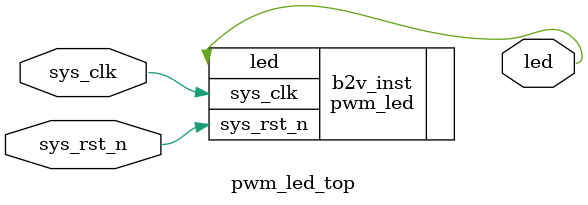
<source format=v>


module pwm_led_top(
	sys_clk,
	sys_rst_n,
	led
);


input wire	sys_clk;
input wire	sys_rst_n;
output wire	led;






pwm_led	b2v_inst(
	.sys_clk(sys_clk),
	.sys_rst_n(sys_rst_n),
	.led(led));


endmodule

</source>
